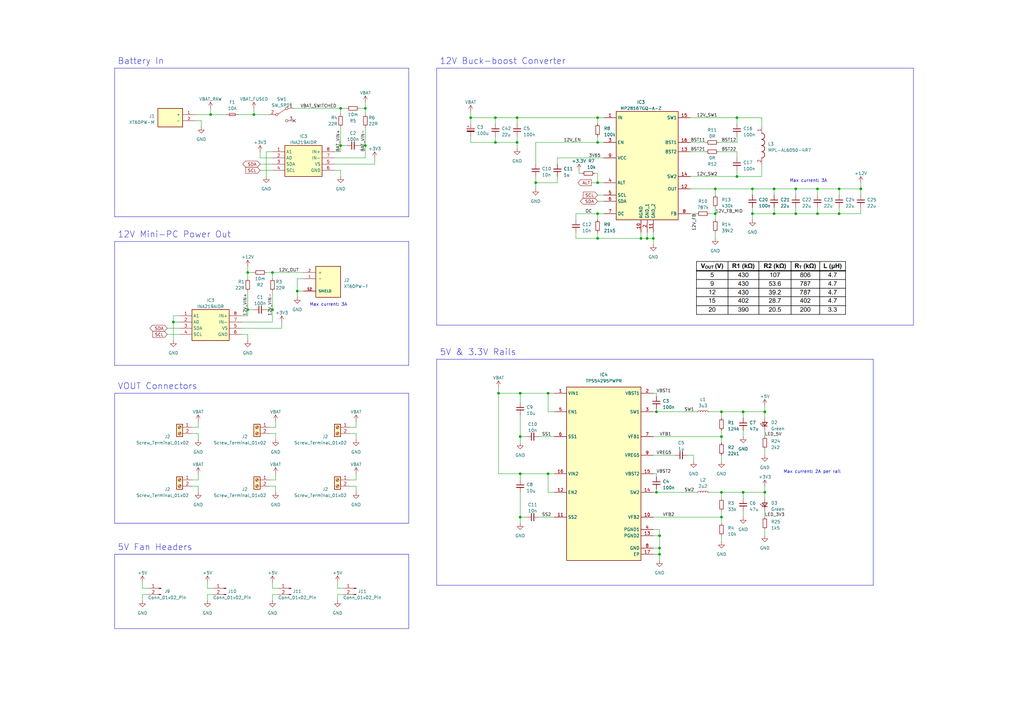
<source format=kicad_sch>
(kicad_sch (version 20230121) (generator eeschema)
  (paper "A3")
  (junction (at 295.91 179.07))
  (junction (at 295.91 168.91))
  (junction (at 213.36 212.09))
  (junction (at 326.39 77.47))
  (junction (at 245.11 58.42))
  (junction (at 245.11 97.79))
  (junction (at 295.91 201.93))
  (junction (at 335.28 87.63))
  (junction (at 71.12 132.08))
  (junction (at 101.6 111.76))
  (junction (at 317.5 77.47))
  (junction (at 313.69 201.93))
  (junction (at 139.7 59.69))
  (junction (at 121.92 119.38))
  (junction (at 139.7 44.45))
  (junction (at 219.71 74.93))
  (junction (at 262.89 97.79))
  (junction (at 302.26 72.39))
  (junction (at 224.79 161.29))
  (junction (at 101.6 127))
  (junction (at 317.5 87.63))
  (junction (at 304.8 201.93))
  (junction (at 245.11 74.93))
  (junction (at 270.51 227.33))
  (junction (at 269.24 201.93))
  (junction (at 344.17 87.63))
  (junction (at 353.06 77.47))
  (junction (at 295.91 212.09))
  (junction (at 269.24 168.91))
  (junction (at 308.61 77.47))
  (junction (at 308.61 87.63))
  (junction (at 270.51 219.71))
  (junction (at 245.11 87.63))
  (junction (at 304.8 168.91))
  (junction (at 203.2 58.42))
  (junction (at 213.36 194.31))
  (junction (at 344.17 77.47))
  (junction (at 265.43 97.79))
  (junction (at 111.76 111.76))
  (junction (at 270.51 224.79))
  (junction (at 86.36 46.99))
  (junction (at 302.26 48.26))
  (junction (at 245.11 48.26))
  (junction (at 149.86 59.69))
  (junction (at 111.76 127))
  (junction (at 335.28 77.47))
  (junction (at 267.97 97.79))
  (junction (at 104.14 46.99))
  (junction (at 212.09 58.42))
  (junction (at 212.09 48.26))
  (junction (at 326.39 87.63))
  (junction (at 203.2 48.26))
  (junction (at 213.36 161.29))
  (junction (at 224.79 194.31))
  (junction (at 313.69 168.91))
  (junction (at 193.04 48.26))
  (junction (at 204.47 161.29))
  (junction (at 293.37 77.47))
  (junction (at 293.37 87.63))
  (junction (at 149.86 44.45))
  (junction (at 213.36 179.07))
  (no_connect (at 120.65 49.53))
  (wire (pts (xy 267.97 97.79) (xy 265.43 97.79)))
  (wire (pts (xy 104.14 46.99) (xy 110.49 46.99)))
  (wire (pts (xy 113.03 172.72) (xy 113.03 175.26)))
  (wire (pts (xy 212.09 58.42) (xy 212.09 60.96)))
  (wire (pts (xy 245.11 74.93) (xy 245.11 71.12)))
  (wire (pts (xy 335.28 85.09) (xy 335.28 87.63)))
  (wire (pts (xy 313.69 219.71) (xy 313.69 217.17)))
  (wire (pts (xy 101.6 111.76) (xy 104.14 111.76)))
  (wire (pts (xy 87.63 241.3) (xy 85.09 241.3)))
  (wire (pts (xy 204.47 161.29) (xy 204.47 194.31)))
  (wire (pts (xy 326.39 80.01) (xy 326.39 77.47)))
  (wire (pts (xy 267.97 95.25) (xy 267.97 97.79)))
  (wire (pts (xy 85.09 241.3) (xy 85.09 238.76)))
  (wire (pts (xy 245.11 74.93) (xy 247.65 74.93)))
  (wire (pts (xy 313.69 186.69) (xy 313.69 184.15)))
  (polyline (pts (xy 374.65 133.35) (xy 179.07 133.35)))
  (wire (pts (xy 290.83 87.63) (xy 293.37 87.63)))
  (wire (pts (xy 267.97 186.69) (xy 276.86 186.69)))
  (wire (pts (xy 227.33 168.91) (xy 224.79 168.91)))
  (wire (pts (xy 285.75 87.63) (xy 283.21 87.63)))
  (wire (pts (xy 109.22 62.23) (xy 109.22 72.39)))
  (wire (pts (xy 87.63 243.84) (xy 85.09 243.84)))
  (wire (pts (xy 137.16 64.77) (xy 149.86 64.77)))
  (wire (pts (xy 99.06 137.16) (xy 101.6 137.16)))
  (wire (pts (xy 304.8 168.91) (xy 295.91 168.91)))
  (wire (pts (xy 81.28 177.8) (xy 78.74 177.8)))
  (wire (pts (xy 335.28 77.47) (xy 344.17 77.47)))
  (wire (pts (xy 147.32 59.69) (xy 149.86 59.69)))
  (wire (pts (xy 302.26 72.39) (xy 283.21 72.39)))
  (polyline (pts (xy 179.07 27.94) (xy 374.65 27.94)))
  (wire (pts (xy 113.03 199.39) (xy 110.49 199.39)))
  (wire (pts (xy 193.04 55.88) (xy 193.04 58.42)))
  (wire (pts (xy 138.43 241.3) (xy 138.43 238.76)))
  (wire (pts (xy 99.06 129.54) (xy 101.6 129.54)))
  (wire (pts (xy 213.36 212.09) (xy 215.9 212.09)))
  (wire (pts (xy 265.43 97.79) (xy 262.89 97.79)))
  (wire (pts (xy 220.98 179.07) (xy 227.33 179.07)))
  (polyline (pts (xy 167.64 88.9) (xy 46.99 88.9)))
  (wire (pts (xy 313.69 168.91) (xy 313.69 171.45)))
  (wire (pts (xy 304.8 201.93) (xy 295.91 201.93)))
  (wire (pts (xy 193.04 48.26) (xy 203.2 48.26)))
  (wire (pts (xy 146.05 201.93) (xy 146.05 199.39)))
  (wire (pts (xy 71.12 129.54) (xy 73.66 129.54)))
  (wire (pts (xy 213.36 212.09) (xy 213.36 201.93)))
  (wire (pts (xy 312.42 67.31) (xy 312.42 72.39)))
  (wire (pts (xy 104.14 46.99) (xy 104.14 44.45)))
  (polyline (pts (xy 358.14 240.03) (xy 179.07 240.03)))
  (wire (pts (xy 344.17 85.09) (xy 344.17 87.63)))
  (wire (pts (xy 139.7 59.69) (xy 142.24 59.69)))
  (wire (pts (xy 86.36 44.45) (xy 86.36 46.99)))
  (wire (pts (xy 204.47 194.31) (xy 213.36 194.31)))
  (wire (pts (xy 269.24 200.66) (xy 269.24 201.93)))
  (wire (pts (xy 284.48 189.23) (xy 284.48 186.69)))
  (polyline (pts (xy 167.64 27.94) (xy 167.64 88.9)))
  (wire (pts (xy 124.46 114.3) (xy 121.92 114.3)))
  (wire (pts (xy 236.22 90.17) (xy 236.22 87.63)))
  (wire (pts (xy 270.51 227.33) (xy 270.51 224.79)))
  (wire (pts (xy 294.64 62.23) (xy 302.26 62.23)))
  (wire (pts (xy 212.09 55.88) (xy 212.09 58.42)))
  (wire (pts (xy 137.16 67.31) (xy 153.67 67.31)))
  (wire (pts (xy 111.76 64.77) (xy 106.68 64.77)))
  (wire (pts (xy 139.7 59.69) (xy 139.7 62.23)))
  (wire (pts (xy 227.33 201.93) (xy 224.79 201.93)))
  (wire (pts (xy 269.24 161.29) (xy 267.97 161.29)))
  (wire (pts (xy 313.69 168.91) (xy 304.8 168.91)))
  (wire (pts (xy 302.26 48.26) (xy 302.26 50.8)))
  (wire (pts (xy 139.7 44.45) (xy 142.24 44.45)))
  (wire (pts (xy 308.61 87.63) (xy 317.5 87.63)))
  (wire (pts (xy 267.97 212.09) (xy 295.91 212.09)))
  (wire (pts (xy 149.86 59.69) (xy 149.86 64.77)))
  (wire (pts (xy 97.79 46.99) (xy 104.14 46.99)))
  (polyline (pts (xy 46.99 99.06) (xy 167.64 99.06)))
  (wire (pts (xy 313.69 201.93) (xy 313.69 199.39)))
  (wire (pts (xy 295.91 209.55) (xy 295.91 212.09)))
  (wire (pts (xy 203.2 48.26) (xy 212.09 48.26)))
  (wire (pts (xy 81.28 172.72) (xy 81.28 175.26)))
  (wire (pts (xy 237.49 69.85) (xy 237.49 71.12)))
  (wire (pts (xy 224.79 168.91) (xy 224.79 161.29)))
  (wire (pts (xy 283.21 58.42) (xy 289.56 58.42)))
  (wire (pts (xy 101.6 109.22) (xy 101.6 111.76)))
  (wire (pts (xy 143.51 175.26) (xy 146.05 175.26)))
  (wire (pts (xy 213.36 214.63) (xy 213.36 212.09)))
  (wire (pts (xy 312.42 48.26) (xy 312.42 52.07)))
  (wire (pts (xy 111.76 241.3) (xy 111.76 238.76)))
  (wire (pts (xy 295.91 179.07) (xy 295.91 181.61)))
  (wire (pts (xy 237.49 71.12) (xy 238.76 71.12)))
  (wire (pts (xy 110.49 196.85) (xy 113.03 196.85)))
  (polyline (pts (xy 46.99 27.94) (xy 167.64 27.94)))
  (wire (pts (xy 220.98 212.09) (xy 227.33 212.09)))
  (wire (pts (xy 245.11 71.12) (xy 243.84 71.12)))
  (wire (pts (xy 283.21 48.26) (xy 302.26 48.26)))
  (wire (pts (xy 68.58 137.16) (xy 73.66 137.16)))
  (wire (pts (xy 140.97 241.3) (xy 138.43 241.3)))
  (wire (pts (xy 149.86 52.07) (xy 149.86 59.69)))
  (wire (pts (xy 335.28 80.01) (xy 335.28 77.47)))
  (wire (pts (xy 295.91 168.91) (xy 295.91 171.45)))
  (wire (pts (xy 317.5 77.47) (xy 326.39 77.47)))
  (wire (pts (xy 317.5 87.63) (xy 326.39 87.63)))
  (wire (pts (xy 245.11 82.55) (xy 247.65 82.55)))
  (wire (pts (xy 203.2 58.42) (xy 212.09 58.42)))
  (wire (pts (xy 109.22 62.23) (xy 111.76 62.23)))
  (wire (pts (xy 317.5 80.01) (xy 317.5 77.47)))
  (wire (pts (xy 245.11 48.26) (xy 247.65 48.26)))
  (wire (pts (xy 113.03 180.34) (xy 113.03 177.8)))
  (wire (pts (xy 270.51 219.71) (xy 270.51 217.17)))
  (wire (pts (xy 308.61 80.01) (xy 308.61 77.47)))
  (wire (pts (xy 269.24 162.56) (xy 269.24 161.29)))
  (wire (pts (xy 224.79 194.31) (xy 227.33 194.31)))
  (wire (pts (xy 68.58 134.62) (xy 73.66 134.62)))
  (wire (pts (xy 219.71 67.31) (xy 219.71 58.42)))
  (wire (pts (xy 111.76 111.76) (xy 111.76 114.3)))
  (wire (pts (xy 113.03 201.93) (xy 113.03 199.39)))
  (wire (pts (xy 81.28 194.31) (xy 81.28 196.85)))
  (wire (pts (xy 293.37 85.09) (xy 293.37 87.63)))
  (polyline (pts (xy 374.65 27.94) (xy 374.65 133.35)))
  (wire (pts (xy 60.96 241.3) (xy 58.42 241.3)))
  (polyline (pts (xy 179.07 147.32) (xy 179.07 240.03)))
  (wire (pts (xy 80.01 46.99) (xy 86.36 46.99)))
  (wire (pts (xy 71.12 132.08) (xy 71.12 139.7)))
  (wire (pts (xy 113.03 177.8) (xy 110.49 177.8)))
  (wire (pts (xy 213.36 179.07) (xy 213.36 170.18)))
  (wire (pts (xy 262.89 97.79) (xy 262.89 95.25)))
  (wire (pts (xy 140.97 243.84) (xy 138.43 243.84)))
  (wire (pts (xy 101.6 127) (xy 104.14 127)))
  (wire (pts (xy 146.05 180.34) (xy 146.05 177.8)))
  (wire (pts (xy 304.8 168.91) (xy 304.8 171.45)))
  (wire (pts (xy 110.49 175.26) (xy 113.03 175.26)))
  (wire (pts (xy 236.22 87.63) (xy 245.11 87.63)))
  (wire (pts (xy 58.42 241.3) (xy 58.42 238.76)))
  (wire (pts (xy 193.04 50.8) (xy 193.04 48.26)))
  (wire (pts (xy 213.36 194.31) (xy 213.36 196.85)))
  (wire (pts (xy 236.22 95.25) (xy 236.22 97.79)))
  (wire (pts (xy 245.11 50.8) (xy 245.11 48.26)))
  (wire (pts (xy 224.79 161.29) (xy 227.33 161.29)))
  (polyline (pts (xy 167.64 99.06) (xy 167.64 149.86)))
  (wire (pts (xy 137.16 62.23) (xy 139.7 62.23)))
  (wire (pts (xy 99.06 134.62) (xy 115.57 134.62)))
  (wire (pts (xy 313.69 176.53) (xy 313.69 179.07)))
  (wire (pts (xy 295.91 212.09) (xy 295.91 214.63)))
  (wire (pts (xy 111.76 111.76) (xy 124.46 111.76)))
  (wire (pts (xy 269.24 201.93) (xy 285.75 201.93)))
  (wire (pts (xy 344.17 80.01) (xy 344.17 77.47)))
  (wire (pts (xy 111.76 246.38) (xy 111.76 243.84)))
  (wire (pts (xy 293.37 87.63) (xy 293.37 90.17)))
  (wire (pts (xy 302.26 62.23) (xy 302.26 64.77)))
  (wire (pts (xy 313.69 201.93) (xy 304.8 201.93)))
  (wire (pts (xy 302.26 48.26) (xy 312.42 48.26)))
  (wire (pts (xy 219.71 74.93) (xy 219.71 77.47)))
  (wire (pts (xy 82.55 52.07) (xy 82.55 49.53)))
  (wire (pts (xy 295.91 201.93) (xy 295.91 204.47)))
  (wire (pts (xy 302.26 58.42) (xy 302.26 55.88)))
  (wire (pts (xy 203.2 50.8) (xy 203.2 48.26)))
  (wire (pts (xy 138.43 246.38) (xy 138.43 243.84)))
  (wire (pts (xy 290.83 201.93) (xy 295.91 201.93)))
  (wire (pts (xy 317.5 85.09) (xy 317.5 87.63)))
  (polyline (pts (xy 358.14 147.32) (xy 358.14 240.03)))
  (wire (pts (xy 81.28 199.39) (xy 78.74 199.39)))
  (wire (pts (xy 109.22 111.76) (xy 111.76 111.76)))
  (wire (pts (xy 137.16 69.85) (xy 139.7 69.85)))
  (wire (pts (xy 308.61 77.47) (xy 317.5 77.47)))
  (wire (pts (xy 270.51 227.33) (xy 267.97 227.33)))
  (wire (pts (xy 153.67 67.31) (xy 153.67 64.77)))
  (wire (pts (xy 335.28 87.63) (xy 344.17 87.63)))
  (wire (pts (xy 224.79 201.93) (xy 224.79 194.31)))
  (wire (pts (xy 269.24 168.91) (xy 285.75 168.91)))
  (wire (pts (xy 81.28 180.34) (xy 81.28 177.8)))
  (wire (pts (xy 139.7 69.85) (xy 139.7 72.39)))
  (wire (pts (xy 228.6 67.31) (xy 228.6 64.77)))
  (wire (pts (xy 294.64 58.42) (xy 302.26 58.42)))
  (wire (pts (xy 267.97 194.31) (xy 269.24 194.31)))
  (polyline (pts (xy 179.07 27.94) (xy 179.07 133.35)))
  (wire (pts (xy 82.55 49.53) (xy 80.01 49.53)))
  (wire (pts (xy 106.68 67.31) (xy 111.76 67.31)))
  (wire (pts (xy 293.37 77.47) (xy 283.21 77.47)))
  (wire (pts (xy 295.91 222.25) (xy 295.91 219.71)))
  (wire (pts (xy 267.97 168.91) (xy 269.24 168.91)))
  (wire (pts (xy 121.92 119.38) (xy 124.46 119.38)))
  (wire (pts (xy 204.47 161.29) (xy 213.36 161.29)))
  (wire (pts (xy 114.3 241.3) (xy 111.76 241.3)))
  (wire (pts (xy 219.71 72.39) (xy 219.71 74.93)))
  (wire (pts (xy 85.09 246.38) (xy 85.09 243.84)))
  (wire (pts (xy 115.57 134.62) (xy 115.57 132.08)))
  (wire (pts (xy 203.2 55.88) (xy 203.2 58.42)))
  (wire (pts (xy 267.97 97.79) (xy 267.97 100.33)))
  (wire (pts (xy 326.39 77.47) (xy 335.28 77.47)))
  (wire (pts (xy 228.6 64.77) (xy 247.65 64.77)))
  (wire (pts (xy 245.11 80.01) (xy 247.65 80.01)))
  (wire (pts (xy 302.26 69.85) (xy 302.26 72.39)))
  (wire (pts (xy 143.51 196.85) (xy 146.05 196.85)))
  (wire (pts (xy 58.42 246.38) (xy 58.42 243.84)))
  (wire (pts (xy 269.24 194.31) (xy 269.24 195.58)))
  (wire (pts (xy 270.51 219.71) (xy 267.97 219.71)))
  (wire (pts (xy 344.17 87.63) (xy 353.06 87.63)))
  (wire (pts (xy 293.37 95.25) (xy 293.37 97.79)))
  (wire (pts (xy 295.91 179.07) (xy 295.91 176.53)))
  (wire (pts (xy 304.8 212.09) (xy 304.8 209.55)))
  (wire (pts (xy 267.97 201.93) (xy 269.24 201.93)))
  (wire (pts (xy 219.71 58.42) (xy 245.11 58.42)))
  (wire (pts (xy 146.05 177.8) (xy 143.51 177.8)))
  (wire (pts (xy 149.86 41.91) (xy 149.86 44.45)))
  (wire (pts (xy 245.11 87.63) (xy 245.11 90.17)))
  (wire (pts (xy 101.6 111.76) (xy 101.6 114.3)))
  (wire (pts (xy 60.96 243.84) (xy 58.42 243.84)))
  (wire (pts (xy 353.06 74.93) (xy 353.06 77.47)))
  (wire (pts (xy 270.51 217.17) (xy 267.97 217.17)))
  (wire (pts (xy 247.65 58.42) (xy 245.11 58.42)))
  (wire (pts (xy 120.65 44.45) (xy 139.7 44.45)))
  (wire (pts (xy 193.04 45.72) (xy 193.04 48.26)))
  (wire (pts (xy 139.7 44.45) (xy 139.7 46.99)))
  (wire (pts (xy 353.06 80.01) (xy 353.06 77.47)))
  (wire (pts (xy 313.69 209.55) (xy 313.69 212.09)))
  (polyline (pts (xy 46.99 149.86) (xy 46.99 99.06)))
  (wire (pts (xy 71.12 132.08) (xy 73.66 132.08)))
  (wire (pts (xy 101.6 127) (xy 101.6 129.54)))
  (wire (pts (xy 236.22 97.79) (xy 245.11 97.79)))
  (wire (pts (xy 213.36 194.31) (xy 224.79 194.31)))
  (wire (pts (xy 71.12 129.54) (xy 71.12 132.08)))
  (wire (pts (xy 212.09 48.26) (xy 245.11 48.26)))
  (polyline (pts (xy 167.64 149.86) (xy 46.99 149.86)))
  (wire (pts (xy 270.51 224.79) (xy 267.97 224.79)))
  (wire (pts (xy 269.24 167.64) (xy 269.24 168.91)))
  (wire (pts (xy 101.6 137.16) (xy 101.6 139.7)))
  (wire (pts (xy 353.06 87.63) (xy 353.06 85.09)))
  (wire (pts (xy 312.42 72.39) (xy 302.26 72.39)))
  (wire (pts (xy 78.74 175.26) (xy 81.28 175.26)))
  (wire (pts (xy 270.51 229.87) (xy 270.51 227.33)))
  (wire (pts (xy 245.11 95.25) (xy 245.11 97.79)))
  (wire (pts (xy 265.43 97.79) (xy 265.43 95.25)))
  (wire (pts (xy 204.47 158.75) (xy 204.47 161.29)))
  (wire (pts (xy 245.11 97.79) (xy 262.89 97.79)))
  (wire (pts (xy 111.76 127) (xy 111.76 132.08)))
  (wire (pts (xy 147.32 44.45) (xy 149.86 44.45)))
  (wire (pts (xy 245.11 58.42) (xy 245.11 55.88)))
  (polyline (pts (xy 46.99 27.94) (xy 46.99 88.9)))
  (wire (pts (xy 295.91 189.23) (xy 295.91 186.69)))
  (wire (pts (xy 313.69 201.93) (xy 313.69 204.47)))
  (wire (pts (xy 111.76 119.38) (xy 111.76 127)))
  (wire (pts (xy 228.6 72.39) (xy 228.6 74.93)))
  (wire (pts (xy 193.04 58.42) (xy 203.2 58.42)))
  (wire (pts (xy 121.92 114.3) (xy 121.92 119.38)))
  (wire (pts (xy 219.71 74.93) (xy 228.6 74.93)))
  (wire (pts (xy 281.94 186.69) (xy 284.48 186.69)))
  (wire (pts (xy 101.6 119.38) (xy 101.6 127)))
  (wire (pts (xy 146.05 172.72) (xy 146.05 175.26)))
  (wire (pts (xy 326.39 85.09) (xy 326.39 87.63)))
  (wire (pts (xy 242.57 74.93) (xy 245.11 74.93)))
  (wire (pts (xy 99.06 132.08) (xy 111.76 132.08)))
  (polyline (pts (xy 179.07 147.32) (xy 358.14 147.32)))
  (wire (pts (xy 213.36 179.07) (xy 215.9 179.07)))
  (wire (pts (xy 245.11 87.63) (xy 247.65 87.63)))
  (wire (pts (xy 213.36 181.61) (xy 213.36 179.07)))
  (wire (pts (xy 86.36 46.99) (xy 92.71 46.99)))
  (wire (pts (xy 267.97 179.07) (xy 295.91 179.07)))
  (wire (pts (xy 212.09 50.8) (xy 212.09 48.26)))
  (wire (pts (xy 313.69 168.91) (xy 313.69 166.37)))
  (wire (pts (xy 106.68 69.85) (xy 111.76 69.85)))
  (wire (pts (xy 290.83 168.91) (xy 295.91 168.91)))
  (wire (pts (xy 326.39 87.63) (xy 335.28 87.63)))
  (wire (pts (xy 81.28 201.93) (xy 81.28 199.39)))
  (wire (pts (xy 353.06 77.47) (xy 344.17 77.47)))
  (wire (pts (xy 109.22 127) (xy 111.76 127)))
  (wire (pts (xy 149.86 44.45) (xy 149.86 46.99)))
  (wire (pts (xy 78.74 196.85) (xy 81.28 196.85)))
  (wire (pts (xy 113.03 194.31) (xy 113.03 196.85)))
  (wire (pts (xy 304.8 179.07) (xy 304.8 176.53)))
  (wire (pts (xy 139.7 52.07) (xy 139.7 59.69)))
  (wire (pts (xy 213.36 161.29) (xy 213.36 165.1)))
  (wire (pts (xy 293.37 77.47) (xy 308.61 77.47)))
  (wire (pts (xy 283.21 62.23) (xy 289.56 62.23)))
  (wire (pts (xy 146.05 199.39) (xy 143.51 199.39)))
  (wire (pts (xy 114.3 243.84) (xy 111.76 243.84)))
  (wire (pts (xy 146.05 194.31) (xy 146.05 196.85)))
  (wire (pts (xy 308.61 87.63) (xy 308.61 90.17)))
  (wire (pts (xy 308.61 85.09) (xy 308.61 87.63)))
  (wire (pts (xy 270.51 219.71) (xy 270.51 224.79)))
  (wire (pts (xy 213.36 161.29) (xy 224.79 161.29)))
  (wire (pts (xy 293.37 80.01) (xy 293.37 77.47)))
  (wire (pts (xy 121.92 119.38) (xy 121.92 121.92)))
  (wire (pts (xy 106.68 62.23) (xy 106.68 64.77)))
  (wire (pts (xy 304.8 204.47) (xy 304.8 201.93)))
  (rectangle (start 46.99 227.33) (end 167.64 257.81))
  (rectangle (start 46.99 161.29) (end 167.64 214.63))
  (image (at 316.23 118.11) (scale 1.32238))
  (text "5V Fan Headers" (at 48.26 226.06 0) (effects (font (size 2.54 2.54)) (justify left bottom)))
  (text "Max current: 3A" (at 323.85 74.93 0) (effects (font (size 1.27 1.27)) (justify left bottom)))
  (text "Max current: 3A" (at 127 125.73 0) (effects (font (size 1.27 1.27)) (justify left bottom)))
  (text "12V Buck-boost Converter" (at 180.34 26.67 0) (effects (font (size 2.54 2.54)) (justify left bottom)))
  (text "Battery In" (at 48.26 26.67 0) (effects (font (size 2.54 2.54)) (justify left bottom)))
  (text "VOUT Connectors" (at 48.26 160.02 0) (effects (font (size 2.54 2.54)) (justify left bottom)))
  (text "12V Mini-PC Power Out" (at 48.26 97.79 0) (effects (font (size 2.54 2.54)) (justify left bottom)))
  (text "Max current: 2A per rail" (at 321.31 194.31 0) (effects (font (size 1.27 1.27)) (justify left bottom)))
  (text "5V & 3.3V Rails" (at 180.34 146.05 0) (effects (font (size 2.54 2.54)) (justify left bottom)))
  (label "VBST1" (at 269.24 161.29 0))
  (label "SW1" (at 280.67 168.91 0))
  (label "12V_OUT" (at 114.3 111.76 0))
  (label "BAT_VIN-" (at 149.86 62.23 90))
  (label "12V_EN" (at 231.14 58.42 0))
  (label "LED_5V" (at 313.69 179.07 0))
  (label "SS2" (at 222.25 212.09 0))
  (label "SS1" (at 222.25 179.07 0))
  (label "VREG5" (at 269.24 186.69 0))
  (label "12V_SW1" (at 285.75 48.26 0))
  (label "12V_SW2" (at 285.75 72.39 0))
  (label "VFB1" (at 270.51 179.07 0))
  (label "BAT_VIN+" (at 139.7 62.23 90))
  (label "12V_VIN-" (at 111.76 129.54 90))
  (label "3V65" (at 246.38 64.77 180))
  (label "12V_FB_MID" (at 293.37 87.63 0))
  (label "LED_3V3" (at 313.69 212.09 0))
  (label "BST11" (at 283.21 58.42 0))
  (label "OC" (at 240.03 87.63 0))
  (label "VBAT_SWITCHED" (at 123.19 44.45 0))
  (label "BST21" (at 283.21 62.23 0))
  (label "SW2" (at 280.67 201.93 0))
  (label "12V_FB" (at 285.75 87.63 270))
  (label "BST22" (at 295.91 62.23 0))
  (label "12V_VIN+" (at 101.6 129.54 90))
  (label "VBST2" (at 269.24 194.31 0))
  (label "BST12" (at 295.91 58.42 0))
  (label "VFB2" (at 271.78 212.09 0))
  (global_label "SCL" (shape input) (at 68.58 137.16 180) (property "Intersheetrefs" "${INTERSHEET_REFS}" (effects hide)))
  (global_label "SCL" (shape input) (at 245.11 80.01 180) (property "Intersheetrefs" "${INTERSHEET_REFS}" (effects hide)))
  (global_label "SDA" (shape bidirectional) (at 106.68 67.31 180) (property "Intersheetrefs" "${INTERSHEET_REFS}" (effects hide)))
  (global_label "SCL" (shape input) (at 106.68 69.85 180) (property "Intersheetrefs" "${INTERSHEET_REFS}" (effects hide)))
  (global_label "SDA" (shape bidirectional) (at 245.11 82.55 180) (property "Intersheetrefs" "${INTERSHEET_REFS}" (effects hide)))
  (global_label "ALT" (shape output) (at 242.57 74.93 180) (property "Intersheetrefs" "${INTERSHEET_REFS}" (effects hide)))
  (global_label "SDA" (shape bidirectional) (at 68.58 134.62 180) (property "Intersheetrefs" "${INTERSHEET_REFS}" (effects hide)))
  (symbol (lib_id "Device:C_Small") (at 213.36 167.64 0) (unit 1)
    (property "Reference" "C9" (at 215.9 167.0113 0) (effects (justify left)))
    (property "Value" "10u" (at 215.9 169.5513 0) (effects (justify left)))
    (property "Footprint" "Capacitor_SMD:C_0603_1608Metric" (effects hide))
    (instances (project "DE10-lite_shield" (path "" (reference "C9") (unit 1)) (path "" (reference "C3") (unit 1))) (project "Power Board" (path "" (reference "C6") (unit 1))))
  )
  (symbol (lib_id "Device:C_Small") (at 228.6 69.85 180) (unit 1)
    (property "Reference" "C11" (at 231.14 69.2086 0) (effects (justify right)))
    (property "Value" "1u" (at 231.14 71.7486 0) (effects (justify right)))
    (property "Footprint" "Capacitor_SMD:C_0402_1005Metric" (effects hide))
  )
  (symbol (lib_id "Device:C_Small") (at 269.24 165.1 0) (unit 1)
    (property "Reference" "C3" (at 271.78 164.4713 0) (effects (justify left)))
    (property "Value" "100n" (at 271.78 167.0113 0) (effects (justify left)))
    (property "Footprint" "Capacitor_SMD:C_0402_1005Metric" (effects hide))
    (instances (project "DE10-lite_shield" (path "" (reference "C3") (unit 1)) (path "" (reference "C7") (unit 1))) (project "Power Board" (path "" (reference "C13") (unit 1))))
  )
  (symbol (lib_id "MSL_Symbols:VBAT") (at 113.03 194.31 0) (unit 1)
    (property "Reference" "#PWR087" (effects hide))
    (property "Value" "VBAT" (at 113.03 190.5 0))
  )
  (symbol (lib_id "Device:R_Small") (at 292.1 62.23 270) (unit 1)
    (property "Reference" "R12" (at 292.1 67.31 90))
    (property "Value" "0R" (at 292.1 64.77 90))
    (property "Footprint" "Resistor_SMD:R_0402_1005Metric" (effects hide))
  )
  (symbol (lib_id "MSL_Symbols:VBAT") (at 149.86 41.91 0) (unit 1)
    (property "Reference" "#PWR016" (effects hide))
    (property "Value" "VBAT" (at 149.86 38.1 0))
  )
  (symbol (lib_id "Device:C_Small") (at 353.06 82.55 0) (unit 1)
    (property "Reference" "C25" (at 355.6 81.9213 0) (effects (justify left)))
    (property "Value" "22u" (at 355.6 84.4613 0) (effects (justify left)))
    (property "Footprint" "Capacitor_SMD:C_0805_2012Metric" (effects hide))
  )
  (symbol (lib_id "Connector:Screw_Terminal_01x02") (at 105.41 175.26 0) (mirror y) (unit 1)
    (property "Reference" "J2" (at 101.6 179.07 0) (effects (justify left)))
    (property "Value" "Screw_Terminal_01x02" (at 109.22 181.61 0) (effects (justify left)))
    (property "Footprint" "TerminalBlock:TerminalBlock_bornier-2_P5.08mm" (effects hide))
    (instances (project "Motor Driver Board" (path "" (reference "J2") (unit 1)) (path "" (reference "J8") (unit 1))) (project "Power Board" (path "" (reference "J5") (unit 1)) (path "" (reference "J8") (unit 1))))
  )
  (symbol (lib_id "Device:R_Small") (at 295.91 207.01 0) (unit 1)
    (property "Reference" "R3" (at 298.45 206.375 0) (effects (justify left)))
    (property "Value" "33k" (at 298.45 208.915 0) (effects (justify left)))
    (property "Footprint" "Resistor_SMD:R_0402_1005Metric" (effects hide))
    (instances (project "DE10-lite_shield" (path "" (reference "R3") (unit 1)) (path "" (reference "R3") (unit 1))) (project "Power Board" (path "" (reference "R17") (unit 1))))
  )
  (symbol (lib_id "MSL_Symbols:VBAT") (at 146.05 194.31 0) (unit 1)
    (property "Reference" "#PWR089" (effects hide))
    (property "Value" "VBAT" (at 146.05 190.5 0))
  )
  (symbol (lib_id "power:GND") (at 85.09 246.38 0) (mirror y) (unit 1)
    (property "Reference" "#PWR072" (effects hide))
    (property "Value" "GND" (at 85.09 251.46 0))
    (instances (project "DE10-lite_shield" (path "" (reference "#PWR072") (unit 1)) (path "" (reference "#PWR072") (unit 1))) (project "Motor Driver Board" (path "" (reference "#PWR099") (unit 1))) (project "Power Board" (path "" (reference "#PWR094") (unit 1))))
  )
  (symbol (lib_id "INA219AIDR:INA219AIDR") (at 73.66 129.54 0) (unit 1)
    (property "Reference" "IC3" (at 86.36 123.19 0))
    (property "Value" "INA219AIDR" (at 86.36 125.73 0))
    (property "Footprint" "MSL Footprints:SOIC127P600X175-8N" (effects hide))
    (property "Datasheet" "http://www.ti.com/lit/gpn/ina219" (effects hide))
    (property "Height" "1.75" (effects hide))
    (property "Manufacturer_Name" "Texas Instruments" (effects hide))
    (property "Manufacturer_Part_Number" "INA219AIDR" (effects hide))
    (property "Mouser Part Number" "595-INA219AIDR" (effects hide))
    (property "Mouser Price/Stock" "https://www.mouser.co.uk/ProductDetail/Texas-Instruments/INA219AIDR?qs=XGzIaZb%2FFYIE5YcOHTnKDA%3D%3D" (effects hide))
    (property "Arrow Part Number" "INA219AIDR" (effects hide))
    (property "Arrow Price/Stock" "https://www.arrow.com/en/products/ina219aidr/texas-instruments?region=nac" (effects hide))
    (instances (project "Power Board" (path "" (reference "IC3") (unit 1)) (path "" (reference "IC1") (unit 1))))
  )
  (symbol (lib_id "power:+3.3V") (at 237.49 69.85 0) (unit 1)
    (property "Reference" "#PWR024" (effects hide))
    (property "Value" "+3.3V" (at 237.49 66.04 0))
  )
  (symbol (lib_id "power:GND") (at 295.91 222.25 0) (unit 1)
    (property "Reference" "#PWR030" (effects hide))
    (property "Value" "GND" (at 295.91 227.33 0))
  )
  (symbol (lib_id "Device:R_Small") (at 245.11 53.34 0) (unit 1)
    (property "Reference" "R8" (at 247.65 52.705 0) (effects (justify left)))
    (property "Value" "100k" (at 247.65 55.245 0) (effects (justify left)))
    (property "Footprint" "Resistor_SMD:R_0402_1005Metric" (effects hide))
  )
  (symbol (lib_id "power:GND") (at 58.42 246.38 0) (mirror y) (unit 1)
    (property "Reference" "#PWR072" (effects hide))
    (property "Value" "GND" (at 58.42 251.46 0))
    (instances (project "DE10-lite_shield" (path "" (reference "#PWR072") (unit 1)) (path "" (reference "#PWR072") (unit 1))) (project "Motor Driver Board" (path "" (reference "#PWR097") (unit 1))) (project "Power Board" (path "" (reference "#PWR092") (unit 1))))
  )
  (symbol (lib_id "power:GND") (at 109.22 72.39 0) (unit 1)
    (property "Reference" "#PWR012" (effects hide))
    (property "Value" "GND" (at 109.22 77.47 0))
  )
  (symbol (lib_id "Device:C_Small") (at 219.71 69.85 180) (unit 1)
    (property "Reference" "C10" (at 222.25 69.2086 0) (effects (justify right)))
    (property "Value" "10n" (at 222.25 71.7486 0) (effects (justify right)))
    (property "Footprint" "Capacitor_SMD:C_0402_1005Metric" (effects hide))
  )
  (symbol (lib_id "MSL_Symbols:VBAT_RAW") (at 86.36 44.45 0) (unit 1)
    (property "Reference" "#PWR07" (effects hide))
    (property "Value" "VBAT_RAW" (at 86.36 40.64 0))
  )
  (symbol (lib_id "power:GND") (at 270.51 229.87 0) (unit 1)
    (property "Reference" "#PWR010" (effects hide))
    (property "Value" "GND" (at 270.51 234.95 0))
    (instances (project "DE10-lite_shield" (path "" (reference "#PWR010") (unit 1)) (path "" (reference "#PWR027") (unit 1))) (project "Power Board" (path "" (reference "#PWR026") (unit 1))))
  )
  (symbol (lib_id "Device:R_Small") (at 106.68 111.76 270) (unit 1)
    (property "Reference" "R2" (at 106.68 116.84 90))
    (property "Value" "10m" (at 106.68 114.3 90))
    (property "Footprint" "Resistor_SMD:R_0402_1005Metric" (effects hide))
  )
  (symbol (lib_id "power:GND") (at 113.03 180.34 0) (unit 1)
    (property "Reference" "#PWR079" (effects hide))
    (property "Value" "GND" (at 113.03 185.42 0))
    (instances (project "Motor Driver Board" (path "" (reference "#PWR079") (unit 1))) (project "Power Board" (path "" (reference "#PWR084") (unit 1))))
  )
  (symbol (lib_id "power:GND") (at 138.43 246.38 0) (mirror y) (unit 1)
    (property "Reference" "#PWR072" (effects hide))
    (property "Value" "GND" (at 138.43 251.46 0))
    (instances (project "DE10-lite_shield" (path "" (reference "#PWR072") (unit 1)) (path "" (reference "#PWR072") (unit 1))) (project "Motor Driver Board" (path "" (reference "#PWR0101") (unit 1))) (project "Power Board" (path "" (reference "#PWR098") (unit 1))))
  )
  (symbol (lib_id "Device:C_Small") (at 344.17 82.55 0) (unit 1)
    (property "Reference" "C24" (at 346.71 81.9213 0) (effects (justify left)))
    (property "Value" "22u" (at 346.71 84.4613 0) (effects (justify left)))
    (property "Footprint" "Capacitor_SMD:C_0805_2012Metric" (effects hide))
  )
  (symbol (lib_id "power:GND") (at 313.69 219.71 0) (unit 1)
    (property "Reference" "#PWR072" (effects hide))
    (property "Value" "GND" (at 313.69 224.79 0))
    (instances (project "DE10-lite_shield" (path "" (reference "#PWR072") (unit 1)) (path "" (reference "#PWR072") (unit 1))) (project "Power Board" (path "" (reference "#PWR037") (unit 1))))
  )
  (symbol (lib_id "power:GND") (at 308.61 90.17 0) (unit 1)
    (property "Reference" "#PWR033" (effects hide))
    (property "Value" "GND" (at 308.61 95.25 0))
  )
  (symbol (lib_id "power:GND") (at 213.36 214.63 0) (unit 1)
    (property "Reference" "#PWR034" (effects hide))
    (property "Value" "GND" (at 213.36 219.71 0))
    (instances (project "DE10-lite_shield" (path "" (reference "#PWR034") (unit 1)) (path "" (reference "#PWR026") (unit 1))) (project "Power Board" (path "" (reference "#PWR022") (unit 1))))
  )
  (symbol (lib_id "MSL_Symbols:VBAT") (at 81.28 172.72 0) (unit 1)
    (property "Reference" "#PWR080" (effects hide))
    (property "Value" "VBAT" (at 81.28 168.91 0))
  )
  (symbol (lib_id "power:GND") (at 219.71 77.47 0) (unit 1)
    (property "Reference" "#PWR023" (effects hide))
    (property "Value" "GND" (at 219.71 82.55 0))
  )
  (symbol (lib_id "Device:R_Small") (at 295.91 184.15 0) (unit 1)
    (property "Reference" "R2" (at 298.45 183.515 0) (effects (justify left)))
    (property "Value" "22k1" (at 298.45 186.055 0) (effects (justify left)))
    (property "Footprint" "Resistor_SMD:R_0402_1005Metric" (effects hide))
    (instances (project "DE10-lite_shield" (path "" (reference "R2") (unit 1)) (path "" (reference "R2") (unit 1))) (project "Power Board" (path "" (reference "R16") (unit 1))))
  )
  (symbol (lib_id "Device:C_Small") (at 304.8 173.99 0) (unit 1)
    (property "Reference" "C7" (at 307.34 173.3613 0) (effects (justify left)))
    (property "Value" "47u" (at 307.34 175.9013 0) (effects (justify left)))
    (property "Footprint" "Capacitor_SMD:C_0805_2012Metric" (effects hide))
    (instances (project "DE10-lite_shield" (path "" (reference "C7") (unit 1)) (path "" (reference "C10") (unit 1))) (project "Power Board" (path "" (reference "C18") (unit 1))))
  )
  (symbol (lib_id "power:GND") (at 304.8 212.09 0) (unit 1)
    (property "Reference" "#PWR032" (effects hide))
    (property "Value" "GND" (at 304.8 217.17 0))
  )
  (symbol (lib_id "power:+3V3") (at 153.67 64.77 0) (unit 1)
    (property "Reference" "#PWR027" (effects hide))
    (property "Value" "+3V3" (at 153.67 60.96 0))
    (instances (project "DE10-lite_shield" (path "" (reference "#PWR027") (unit 1)) (path "" (reference "#PWR070") (unit 1))) (project "Power Board" (path "" (reference "#PWR017") (unit 1))))
  )
  (symbol (lib_id "power:+5V") (at 58.42 238.76 0) (mirror y) (unit 1)
    (property "Reference" "#PWR026" (effects hide))
    (property "Value" "+5V" (at 58.42 234.95 0))
    (instances (project "DE10-lite_shield" (path "" (reference "#PWR026") (unit 1)) (path "" (reference "#PWR033") (unit 1))) (project "Motor Driver Board" (path "" (reference "#PWR096") (unit 1))) (project "Power Board" (path "" (reference "#PWR091") (unit 1))))
  )
  (symbol (lib_id "Device:C_Small") (at 269.24 198.12 0) (unit 1)
    (property "Reference" "C4" (at 271.78 197.4913 0) (effects (justify left)))
    (property "Value" "100n" (at 271.78 200.0313 0) (effects (justify left)))
    (property "Footprint" "Capacitor_SMD:C_0402_1005Metric" (effects hide))
    (instances (project "DE10-lite_shield" (path "" (reference "C4") (unit 1)) (path "" (reference "C8") (unit 1))) (project "Power Board" (path "" (reference "C14") (unit 1))))
  )
  (symbol (lib_id "MSL_Symbols:VBAT") (at 146.05 172.72 0) (unit 1)
    (property "Reference" "#PWR081" (effects hide))
    (property "Value" "VBAT" (at 146.05 168.91 0))
  )
  (symbol (lib_id "Device:R_Small") (at 292.1 58.42 90) (unit 1)
    (property "Reference" "R11" (at 292.1 53.34 90))
    (property "Value" "0R" (at 292.1 55.88 90))
    (property "Footprint" "Resistor_SMD:R_0402_1005Metric" (effects hide))
  )
  (symbol (lib_id "power:+5V") (at 111.76 238.76 0) (mirror y) (unit 1)
    (property "Reference" "#PWR026" (effects hide))
    (property "Value" "+5V" (at 111.76 234.95 0))
    (instances (project "DE10-lite_shield" (path "" (reference "#PWR026") (unit 1)) (path "" (reference "#PWR033") (unit 1))) (project "Motor Driver Board" (path "" (reference "#PWR0100") (unit 1))) (project "Power Board" (path "" (reference "#PWR095") (unit 1))))
  )
  (symbol (lib_id "MP28167GQ-A-Z:MP28167GQ-A-Z") (at 247.65 48.26 0) (unit 1)
    (property "Reference" "IC3" (at 262.89 41.91 0))
    (property "Value" "MP28167GQ-A-Z" (at 262.89 44.45 0))
    (property "Footprint" "MSL Footprints:MP28167GQAZ" (effects hide))
    (property "Datasheet" "https://www.monolithicpower.com/en/documentview/productdocument/index/version/2/document_type/Datasheet/lang/en/sku/MP28167GQ-A/document_id/9621/" (effects hide))
    (property "Height" "1" (effects hide))
    (property "Mouser Part Number" "946-MP28167GQ-A-Z" (effects hide))
    (property "Mouser Price/Stock" "https://www.mouser.co.uk/ProductDetail/Monolithic-Power-Systems-MPS/MP28167GQ-A-Z?qs=GedFDFLaBXH1d%2FK7FaeGSQ%3D%3D" (effects hide))
    (property "Manufacturer_Name" "Monolithic Power Systems (MPS)" (effects hide))
    (property "Manufacturer_Part_Number" "MP28167GQ-A-Z" (effects hide))
  )
  (symbol (lib_id "Device:R_Small") (at 295.91 173.99 0) (unit 1)
    (property "Reference" "R1" (at 298.45 173.355 0) (effects (justify left)))
    (property "Value" "124k" (at 298.45 175.895 0) (effects (justify left)))
    (property "Footprint" "Resistor_SMD:R_0402_1005Metric" (effects hide))
    (instances (project "DE10-lite_shield" (path "" (reference "R1") (unit 1)) (path "" (reference "R1") (unit 1))) (project "Power Board" (path "" (reference "R15") (unit 1))))
  )
  (symbol (lib_id "Connector:Conn_01x02_Pin") (at 146.05 241.3 0) (mirror y) (unit 1)
    (property "Reference" "J11" (at 148.59 242.57 0))
    (property "Value" "Conn_01x02_Pin" (at 148.59 245.11 0))
    (property "Footprint" "Connector_PinHeader_2.54mm:PinHeader_1x02_P2.54mm_Vertical" (effects hide))
    (instances (project "Motor Driver Board" (path "" (reference "J11") (unit 1))) (project "Power Board" (path "" (reference "J15") (unit 1))))
  )
  (symbol (lib_id "Device:C_Polarized_Small") (at 193.04 53.34 0) (unit 1)
    (property "Reference" "C3" (at 195.58 52.1589 0) (effects (justify left)))
    (property "Value" "100u" (at 195.58 54.6989 0) (effects (justify left)))
    (property "Footprint" "Capacitor_SMD:CP_Elec_6.3x7.7" (effects hide))
  )
  (symbol (lib_id "Connector:Screw_Terminal_01x02") (at 138.43 196.85 0) (mirror y) (unit 1)
    (property "Reference" "J2" (at 134.62 200.66 0) (effects (justify left)))
    (property "Value" "Screw_Terminal_01x02" (at 142.24 203.2 0) (effects (justify left)))
    (property "Footprint" "TerminalBlock:TerminalBlock_bornier-2_P5.08mm" (effects hide))
    (instances (project "Motor Driver Board" (path "" (reference "J2") (unit 1)) (path "" (reference "J8") (unit 1))) (project "Power Board" (path "" (reference "J5") (unit 1)) (path "" (reference "J11") (unit 1))))
  )
  (symbol (lib_id "power:GND") (at 82.55 52.07 0) (unit 1)
    (property "Reference" "#PWR06" (effects hide))
    (property "Value" "GND" (at 82.55 57.15 0))
  )
  (symbol (lib_id "Device:C_Small") (at 212.09 53.34 180) (unit 1)
    (property "Reference" "C5" (at 214.63 52.6986 0) (effects (justify right)))
    (property "Value" "100n" (at 214.63 55.2386 0) (effects (justify right)))
    (property "Footprint" "Capacitor_SMD:C_0402_1005Metric" (effects hide))
  )
  (symbol (lib_id "power:GND") (at 81.28 180.34 0) (unit 1)
    (property "Reference" "#PWR079" (effects hide))
    (property "Value" "GND" (at 81.28 185.42 0))
  )
  (symbol (lib_id "MSL_Symbols:VBAT") (at 193.04 45.72 0) (unit 1)
    (property "Reference" "#PWR018" (effects hide))
    (property "Value" "VBAT" (at 193.04 41.91 0))
  )
  (symbol (lib_id "Device:C_Small") (at 106.68 127 90) (unit 1)
    (property "Reference" "C1" (at 106.6863 121.92 90))
    (property "Value" "100n" (at 106.6863 124.46 90))
    (property "Footprint" "Capacitor_SMD:C_0402_1005Metric" (effects hide))
  )
  (symbol (lib_id "power:GND") (at 101.6 139.7 0) (unit 1)
    (property "Reference" "#PWR09" (effects hide))
    (property "Value" "GND" (at 101.6 144.78 0))
  )
  (symbol (lib_id "Device:R_Small") (at 313.69 181.61 0) (unit 1)
    (property "Reference" "R24" (at 316.23 180.975 0) (effects (justify left)))
    (property "Value" "2k2" (at 316.23 183.515 0) (effects (justify left)))
    (property "Footprint" "Resistor_SMD:R_0402_1005Metric" (effects hide))
    (instances (project "DE10-lite_shield" (path "" (reference "R24") (unit 1)) (path "" (reference "R24") (unit 1))) (project "Power Board" (path "" (reference "R19") (unit 1))))
  )
  (symbol (lib_id "power:+5V") (at 138.43 238.76 0) (mirror y) (unit 1)
    (property "Reference" "#PWR026" (effects hide))
    (property "Value" "+5V" (at 138.43 234.95 0))
    (instances (project "DE10-lite_shield" (path "" (reference "#PWR026") (unit 1)) (path "" (reference "#PWR033") (unit 1))) (project "Motor Driver Board" (path "" (reference "#PWR0100") (unit 1))) (project "Power Board" (path "" (reference "#PWR097") (unit 1))))
  )
  (symbol (lib_id "Device:C_Small") (at 326.39 82.55 0) (unit 1)
    (property "Reference" "C22" (at 328.93 81.9213 0) (effects (justify left)))
    (property "Value" "22u" (at 328.93 84.4613 0) (effects (justify left)))
    (property "Footprint" "Capacitor_SMD:C_0805_2012Metric" (effects hide))
  )
  (symbol (lib_id "Device:C_Small") (at 218.44 212.09 90) (unit 1)
    (property "Reference" "C11" (at 218.4463 207.01 90))
    (property "Value" "10n" (at 218.4463 209.55 90))
    (property "Footprint" "Capacitor_SMD:C_0402_1005Metric" (effects hide))
    (instances (project "DE10-lite_shield" (path "" (reference "C11") (unit 1)) (path "" (reference "C6") (unit 1))) (project "Power Board" (path "" (reference "C9") (unit 1))))
  )
  (symbol (lib_id "Device:R_Small") (at 101.6 116.84 0) (mirror y) (unit 1)
    (property "Reference" "R1" (at 100.33 115.57 0) (effects (justify left)))
    (property "Value" "22R" (at 100.33 118.11 0) (effects (justify left)))
    (property "Footprint" "Resistor_SMD:R_0402_1005Metric" (effects hide))
  )
  (symbol (lib_id "power:GND") (at 139.7 72.39 0) (unit 1)
    (property "Reference" "#PWR015" (effects hide))
    (property "Value" "GND" (at 139.7 77.47 0))
  )
  (symbol (lib_id "power:+5V") (at 313.69 166.37 0) (unit 1)
    (property "Reference" "#PWR026" (effects hide))
    (property "Value" "+5V" (at 313.69 162.56 0))
    (instances (project "DE10-lite_shield" (path "" (reference "#PWR026") (unit 1)) (path "" (reference "#PWR033") (unit 1))) (project "Power Board" (path "" (reference "#PWR034") (unit 1))))
  )
  (symbol (lib_id "XT60PW-M:XT60PW-M") (at 69.85 49.53 0) (mirror y) (unit 1)
    (property "Reference" "J1" (at 63.5 47.625 0) (effects (justify left)))
    (property "Value" "XT60PW-M" (at 63.5 50.165 0) (effects (justify left)))
    (property "Footprint" "MSL Footprints:AMASS_XT60PW-M" (effects hide))
    (property "PARTREV" "V1.2" (effects hide))
    (property "MANUFACTURER" "AMASS" (effects hide))
    (property "MAXIMUM_PACKAGE_HEIGHT" "8.4 mm" (effects hide))
    (property "STANDARD" "Manufacturer recommendations" (effects hide))
  )
  (symbol (lib_id "XT60PW-F:XT60PW-F") (at 134.62 114.3 0) (unit 1)
    (property "Reference" "J2" (at 140.97 114.935 0) (effects (justify left)))
    (property "Value" "XT60PW-F" (at 140.97 117.475 0) (effects (justify left)))
    (property "Footprint" "AMASS_XT60PW-F" (effects hide))
    (property "PARTREV" "V1.2" (effects hide))
    (property "STANDARD" "Manufacturer Recommendations" (effects hide))
    (property "MAXIMUM_PACKAGE_HEIGHT" "8.4 mm" (effects hide))
    (property "MANUFACTURER" "AMASS" (effects hide))
  )
  (symbol (lib_id "power:GND") (at 113.03 201.93 0) (unit 1)
    (property "Reference" "#PWR079" (effects hide))
    (property "Value" "GND" (at 113.03 207.01 0))
    (instances (project "Motor Driver Board" (path "" (reference "#PWR079") (unit 1))) (project "Power Board" (path "" (reference "#PWR088") (unit 1))))
  )
  (symbol (lib_id "Device:R_Small") (at 139.7 49.53 0) (mirror y) (unit 1)
    (property "Reference" "R4" (at 138.43 48.26 0) (effects (justify left)))
    (property "Value" "22R" (at 138.43 50.8 0) (effects (justify left)))
    (property "Footprint" "Resistor_SMD:R_0402_1005Metric" (effects hide))
  )
  (symbol (lib_id "Connector:Screw_Terminal_01x02") (at 73.66 196.85 0) (mirror y) (unit 1)
    (property "Reference" "J2" (at 69.85 200.66 0) (effects (justify left)))
    (property "Value" "Screw_Terminal_01x02" (at 77.47 203.2 0) (effects (justify left)))
    (property "Footprint" "TerminalBlock:TerminalBlock_bornier-2_P5.08mm" (effects hide))
    (instances (project "Motor Driver Board" (path "" (reference "J2") (unit 1)) (path "" (reference "J8") (unit 1))) (project "Power Board" (path "" (reference "J5") (unit 1)) (path "" (reference "J9") (unit 1))))
  )
  (symbol (lib_id "power:GND") (at 304.8 179.07 0) (unit 1)
    (property "Reference" "#PWR031" (effects hide))
    (property "Value" "GND" (at 304.8 184.15 0))
  )
  (symbol (lib_id "power:GND") (at 313.69 186.69 0) (unit 1)
    (property "Reference" "#PWR070" (effects hide))
    (property "Value" "GND" (at 313.69 191.77 0))
    (instances (project "DE10-lite_shield" (path "" (reference "#PWR070") (unit 1)) (path "" (reference "#PWR034") (unit 1))) (project "Power Board" (path "" (reference "#PWR035") (unit 1))))
  )
  (symbol (lib_id "Device:C_Small") (at 302.26 67.31 0) (unit 1)
    (property "Reference" "C17" (at 304.8 66.6813 0) (effects (justify left)))
    (property "Value" "100n" (at 304.8 69.2213 0) (effects (justify left)))
    (property "Footprint" "Capacitor_SMD:C_0402_1005Metric" (effects hide))
  )
  (symbol (lib_id "power:+5V") (at 85.09 238.76 0) (mirror y) (unit 1)
    (property "Reference" "#PWR026" (effects hide))
    (property "Value" "+5V" (at 85.09 234.95 0))
    (instances (project "DE10-lite_shield" (path "" (reference "#PWR026") (unit 1)) (path "" (reference "#PWR033") (unit 1))) (project "Motor Driver Board" (path "" (reference "#PWR098") (unit 1))) (project "Power Board" (path "" (reference "#PWR093") (unit 1))))
  )
  (symbol (lib_id "power:GND") (at 71.12 139.7 0) (unit 1)
    (property "Reference" "#PWR05" (effects hide))
    (property "Value" "GND" (at 71.12 144.78 0))
  )
  (symbol (lib_id "MSL_Symbols:VBAT_FUSED") (at 104.14 44.45 0) (unit 1)
    (property "Reference" "#PWR010" (effects hide))
    (property "Value" "VBAT_FUSED" (at 104.14 40.64 0))
  )
  (symbol (lib_id "Device:LED_Small") (at 313.69 207.01 90) (unit 1)
    (property "Reference" "D3" (at 316.23 206.3115 90) (effects (justify right)))
    (property "Value" "Green" (at 316.23 208.8515 90) (effects (justify right)))
    (property "Footprint" "LED_SMD:LED_0603_1608Metric" (effects hide))
    (instances (project "DE10-lite_shield" (path "" (reference "D3") (unit 1)) (path "" (reference "D3") (unit 1))) (project "Power Board" (path "" (reference "D2") (unit 1))))
  )
  (symbol (lib_id "power:GND") (at 293.37 97.79 0) (unit 1)
    (property "Reference" "#PWR028" (effects hide))
    (property "Value" "GND" (at 293.37 102.87 0))
  )
  (symbol (lib_id "Connector:Conn_01x02_Pin") (at 119.38 241.3 0) (mirror y) (unit 1)
    (property "Reference" "J11" (at 121.92 242.57 0))
    (property "Value" "Conn_01x02_Pin" (at 121.92 245.11 0))
    (property "Footprint" "Connector_PinHeader_2.54mm:PinHeader_1x02_P2.54mm_Vertical" (effects hide))
    (instances (project "Motor Driver Board" (path "" (reference "J11") (unit 1))) (project "Power Board" (path "" (reference "J14") (unit 1))))
  )
  (symbol (lib_id "power:+3V3") (at 115.57 132.08 0) (unit 1)
    (property "Reference" "#PWR027" (effects hide))
    (property "Value" "+3V3" (at 115.57 128.27 0))
    (instances (project "DE10-lite_shield" (path "" (reference "#PWR027") (unit 1)) (path "" (reference "#PWR070") (unit 1))) (project "Power Board" (path "" (reference "#PWR013") (unit 1))))
  )
  (symbol (lib_id "power:GND") (at 111.76 246.38 0) (mirror y) (unit 1)
    (property "Reference" "#PWR072" (effects hide))
    (property "Value" "GND" (at 111.76 251.46 0))
    (instances (project "DE10-lite_shield" (path "" (reference "#PWR072") (unit 1)) (path "" (reference "#PWR072") (unit 1))) (project "Motor Driver Board" (path "" (reference "#PWR0101") (unit 1))) (project "Power Board" (path "" (reference "#PWR096") (unit 1))))
  )
  (symbol (lib_id "power:+3V3") (at 106.68 62.23 0) (unit 1)
    (property "Reference" "#PWR027" (effects hide))
    (property "Value" "+3V3" (at 106.68 58.42 0))
    (instances (project "DE10-lite_shield" (path "" (reference "#PWR027") (unit 1)) (path "" (reference "#PWR070") (unit 1))) (project "Power Board" (path "" (reference "#PWR011") (unit 1))))
  )
  (symbol (lib_id "MSL_Symbols:VBAT") (at 81.28 194.31 0) (unit 1)
    (property "Reference" "#PWR085" (effects hide))
    (property "Value" "VBAT" (at 81.28 190.5 0))
  )
  (symbol (lib_id "Device:R_Small") (at 293.37 92.71 0) (unit 1)
    (property "Reference" "R14" (at 295.91 92.075 0) (effects (justify left)))
    (property "Value" "39k2 " (at 295.91 94.615 0) (effects (justify left)))
    (property "Footprint" "Resistor_SMD:R_0402_1005Metric" (effects hide))
  )
  (symbol (lib_id "Device:R_Small") (at 245.11 92.71 0) (unit 1)
    (property "Reference" "R9" (at 247.65 92.075 0) (effects (justify left)))
    (property "Value" "21k5" (at 247.65 94.615 0) (effects (justify left)))
    (property "Footprint" "Resistor_SMD:R_0402_1005Metric" (effects hide))
  )
  (symbol (lib_id "power:GND") (at 295.91 189.23 0) (unit 1)
    (property "Reference" "#PWR029" (effects hide))
    (property "Value" "GND" (at 295.91 194.31 0))
  )
  (symbol (lib_id "Device:C_Small") (at 218.44 179.07 90) (unit 1)
    (property "Reference" "C10" (at 218.4463 173.99 90))
    (property "Value" "10n" (at 218.4463 176.53 90))
    (property "Footprint" "Capacitor_SMD:C_0402_1005Metric" (effects hide))
    (instances (project "DE10-lite_shield" (path "" (reference "C10") (unit 1)) (path "" (reference "C5") (unit 1))) (project "Power Board" (path "" (reference "C8") (unit 1))))
  )
  (symbol (lib_id "power:+12V") (at 353.06 74.93 0) (unit 1)
    (property "Reference" "#PWR038" (effects hide))
    (property "Value" "+12V" (at 353.06 71.12 0))
  )
  (symbol (lib_id "Device:C_Small") (at 279.4 186.69 90) (unit 1)
    (property "Reference" "C5" (at 279.4063 181.61 90))
    (property "Value" "1u" (at 279.4063 184.15 90))
    (property "Footprint" "Capacitor_SMD:C_0402_1005Metric" (effects hide))
    (instances (project "DE10-lite_shield" (path "" (reference "C5") (unit 1)) (path "" (reference "C9") (unit 1))) (project "Power Board" (path "" (reference "C15") (unit 1))))
  )
  (symbol (lib_id "Device:R_Small") (at 288.29 87.63 90) (unit 1)
    (property "Reference" "R10" (at 288.29 82.55 90))
    (property "Value" "787k" (at 288.29 85.09 90))
    (property "Footprint" "Resistor_SMD:R_0402_1005Metric" (effects hide))
  )
  (symbol (lib_id "INA219AIDR:INA219AIDR") (at 111.76 62.23 0) (unit 1)
    (property "Reference" "IC3" (at 124.46 55.88 0))
    (property "Value" "INA219AIDR" (at 124.46 58.42 0))
    (property "Footprint" "MSL Footprints:SOIC127P600X175-8N" (effects hide))
    (property "Datasheet" "http://www.ti.com/lit/gpn/ina219" (effects hide))
    (property "Height" "1.75" (effects hide))
    (property "Manufacturer_Name" "Texas Instruments" (effects hide))
    (property "Manufacturer_Part_Number" "INA219AIDR" (effects hide))
    (property "Mouser Part Number" "595-INA219AIDR" (effects hide))
    (property "Mouser Price/Stock" "https://www.mouser.co.uk/ProductDetail/Texas-Instruments/INA219AIDR?qs=XGzIaZb%2FFYIE5YcOHTnKDA%3D%3D" (effects hide))
    (property "Arrow Part Number" "INA219AIDR" (effects hide))
    (property "Arrow Price/Stock" "https://www.arrow.com/en/products/ina219aidr/texas-instruments?region=nac" (effects hide))
    (instances (project "Power Board" (path "" (reference "IC3") (unit 1)) (path "" (reference "IC2") (unit 1))))
  )
  (symbol (lib_id "Device:C_Small") (at 236.22 92.71 0) (unit 1)
    (property "Reference" "C12" (at 238.76 92.0813 0) (effects (justify left)))
    (property "Value" "10n" (at 238.76 94.6213 0) (effects (justify left)))
    (property "Footprint" "Capacitor_SMD:C_0402_1005Metric" (effects hide))
  )
  (symbol (lib_id "Connector:Conn_01x02_Pin") (at 92.71 241.3 0) (mirror y) (unit 1)
    (property "Reference" "J10" (at 95.25 242.57 0))
    (property "Value" "Conn_01x02_Pin" (at 95.25 245.11 0))
    (property "Footprint" "Connector_PinHeader_2.54mm:PinHeader_1x02_P2.54mm_Vertical" (effects hide))
    (instances (project "Motor Driver Board" (path "" (reference "J10") (unit 1))) (project "Power Board" (path "" (reference "J13") (unit 1))))
  )
  (symbol (lib_id "Device:C_Small") (at 302.26 53.34 0) (unit 1)
    (property "Reference" "C16" (at 304.8 52.7113 0) (effects (justify left)))
    (property "Value" "100n" (at 304.8 55.2513 0) (effects (justify left)))
    (property "Footprint" "Capacitor_SMD:C_0402_1005Metric" (effects hide))
  )
  (symbol (lib_id "Device:Fuse_Small") (at 95.25 46.99 0) (unit 1)
    (property "Reference" "F1" (at 95.25 41.91 0))
    (property "Value" "10A" (at 95.25 44.45 0))
    (property "Footprint" "Fuse:Fuseholder_Cylinder-5x20mm_Schurter_0031_8201_Horizontal_Open" (effects hide))
  )
  (symbol (lib_id "power:+12V") (at 101.6 109.22 0) (unit 1)
    (property "Reference" "#PWR08" (effects hide))
    (property "Value" "+12V" (at 101.6 105.41 0))
  )
  (symbol (lib_id "Device:R_Small") (at 111.76 116.84 0) (unit 1)
    (property "Reference" "R3" (at 113.03 115.57 0) (effects (justify left)))
    (property "Value" "22R" (at 113.03 118.11 0) (effects (justify left)))
    (property "Footprint" "Resistor_SMD:R_0402_1005Metric" (effects hide))
  )
  (symbol (lib_id "power:GND") (at 212.09 60.96 0) (unit 1)
    (property "Reference" "#PWR020" (effects hide))
    (property "Value" "GND" (at 212.09 66.04 0))
  )
  (symbol (lib_id "Device:C_Small") (at 213.36 199.39 0) (unit 1)
    (property "Reference" "C8" (at 215.9 198.7613 0) (effects (justify left)))
    (property "Value" "10u" (at 215.9 201.3013 0) (effects (justify left)))
    (property "Footprint" "Capacitor_SMD:C_0603_1608Metric" (effects hide))
    (instances (project "DE10-lite_shield" (path "" (reference "C8") (unit 1)) (path "" (reference "C4") (unit 1))) (project "Power Board" (path "" (reference "C7") (unit 1))))
  )
  (symbol (lib_id "Device:LED_Small") (at 313.69 173.99 90) (unit 1)
    (property "Reference" "D2" (at 316.23 173.2915 90) (effects (justify right)))
    (property "Value" "Green" (at 316.23 175.8315 90) (effects (justify right)))
    (property "Footprint" "LED_SMD:LED_0603_1608Metric" (effects hide))
    (instances (project "DE10-lite_shield" (path "" (reference "D2") (unit 1)) (path "" (reference "D2") (unit 1))) (project "Power Board" (path "" (reference "D1") (unit 1))))
  )
  (symbol (lib_id "power:GND") (at 267.97 100.33 0) (unit 1)
    (property "Reference" "#PWR025" (effects hide))
    (property "Value" "GND" (at 267.97 105.41 0))
  )
  (symbol (lib_id "Device:R_Small") (at 241.3 71.12 90) (unit 1)
    (property "Reference" "R7" (at 242.57 66.04 90))
    (property "Value" "10k" (at 242.57 68.58 90))
    (property "Footprint" "Resistor_SMD:R_0402_1005Metric" (effects hide))
  )
  (symbol (lib_id "power:GND") (at 121.92 121.92 0) (unit 1)
    (property "Reference" "#PWR014" (effects hide))
    (property "Value" "GND" (at 121.92 127 0))
  )
  (symbol (lib_id "Device:C_Small") (at 317.5 82.55 0) (unit 1)
    (property "Reference" "C21" (at 320.04 81.9213 0) (effects (justify left)))
    (property "Value" "22u" (at 320.04 84.4613 0) (effects (justify left)))
    (property "Footprint" "Capacitor_SMD:C_0805_2012Metric" (effects hide))
  )
  (symbol (lib_id "Device:C_Small") (at 304.8 207.01 0) (unit 1)
    (property "Reference" "C6" (at 307.34 206.3813 0) (effects (justify left)))
    (property "Value" "47u" (at 307.34 208.9213 0) (effects (justify left)))
    (property "Footprint" "Capacitor_SMD:C_0805_2012Metric" (effects hide))
    (instances (project "DE10-lite_shield" (path "" (reference "C6") (unit 1)) (path "" (reference "C11") (unit 1))) (project "Power Board" (path "" (reference "C19") (unit 1))))
  )
  (symbol (lib_id "Device:C_Small") (at 144.78 59.69 90) (unit 1)
    (property "Reference" "C2" (at 144.7863 54.61 90))
    (property "Value" "100n" (at 144.7863 57.15 90))
    (property "Footprint" "Capacitor_SMD:C_0402_1005Metric" (effects hide))
  )
  (symbol (lib_id "MSL_Symbols:VBAT") (at 204.47 158.75 0) (unit 1)
    (property "Reference" "#PWR019" (effects hide))
    (property "Value" "VBAT" (at 204.47 154.94 0))
  )
  (symbol (lib_id "Connector:Screw_Terminal_01x02") (at 73.66 175.26 0) (mirror y) (unit 1)
    (property "Reference" "J2" (at 69.85 179.07 0) (effects (justify left)))
    (property "Value" "Screw_Terminal_01x02" (at 77.47 181.61 0) (effects (justify left)))
    (property "Footprint" "TerminalBlock:TerminalBlock_bornier-2_P5.08mm" (effects hide))
    (instances (project "Motor Driver Board" (path "" (reference "J2") (unit 1)) (path "" (reference "J8") (unit 1))) (project "Power Board" (path "" (reference "J5") (unit 1)) (path "" (reference "J6") (unit 1))))
  )
  (symbol (lib_id "Device:C_Small") (at 335.28 82.55 0) (unit 1)
    (property "Reference" "C23" (at 337.82 81.9213 0) (effects (justify left)))
    (property "Value" "22u" (at 337.82 84.4613 0) (effects (justify left)))
    (property "Footprint" "Capacitor_SMD:C_0805_2012Metric" (effects hide))
  )
  (symbol (lib_id "Connector:Screw_Terminal_01x02") (at 105.41 196.85 0) (mirror y) (unit 1)
    (property "Reference" "J2" (at 101.6 200.66 0) (effects (justify left)))
    (property "Value" "Screw_Terminal_01x02" (at 109.22 203.2 0) (effects (justify left)))
    (property "Footprint" "TerminalBlock:TerminalBlock_bornier-2_P5.08mm" (effects hide))
    (instances (project "Motor Driver Board" (path "" (reference "J2") (unit 1)) (path "" (reference "J8") (unit 1))) (project "Power Board" (path "" (reference "J5") (unit 1)) (path "" (reference "J10") (unit 1))))
  )
  (symbol (lib_id "MPL-AL6050-4R7:MPL-AL6050-4R7") (at 312.42 49.53 270) (unit 1)
    (property "Reference" "L3" (at 314.96 59.055 90) (effects (justify left)))
    (property "Value" "MPL-AL6050-4R7" (at 314.96 61.595 90) (effects (justify left)))
    (property "Footprint" "MSL Footprints:MPLAL60504R7" (effects hide))
    (property "Datasheet" "https://www.monolithicpower.com/en/documentview/productdocument/index/version/2/document_type/Datasheet/lang/en/sku/MPL-AL6050-4R7/document_id/5818/" (effects hide))
    (property "Height" "5" (effects hide))
    (property "Mouser Part Number" "946-MPL-AL6050-4R7" (effects hide))
    (property "Mouser Price/Stock" "https://www.mouser.co.uk/ProductDetail/Monolithic-Power-Systems-MPS/MPL-AL6050-4R7?qs=sPbYRqrBIVlgVVgFJ%2Fjrsw%3D%3D" (effects hide))
    (property "Manufacturer_Name" "Monolithic Power Systems (MPS)" (effects hide))
    (property "Manufacturer_Part_Number" "MPL-AL6050-4R7" (effects hide))
  )
  (symbol (lib_id "Device:R_Small") (at 144.78 44.45 270) (unit 1)
    (property "Reference" "R5" (at 144.78 49.53 90))
    (property "Value" "10m" (at 144.78 46.99 90))
    (property "Footprint" "Resistor_SMD:R_0402_1005Metric" (effects hide))
  )
  (symbol (lib_id "Device:R_Small") (at 293.37 82.55 0) (unit 1)
    (property "Reference" "R13" (at 295.91 81.915 0) (effects (justify left)))
    (property "Value" "430k" (at 295.91 84.455 0) (effects (justify left)))
    (property "Footprint" "Resistor_SMD:R_0402_1005Metric" (effects hide))
  )
  (symbol (lib_id "Device:R_Small") (at 295.91 217.17 0) (unit 1)
    (property "Reference" "R4" (at 298.45 216.535 0) (effects (justify left)))
    (property "Value" "10k" (at 298.45 219.075 0) (effects (justify left)))
    (property "Footprint" "Resistor_SMD:R_0402_1005Metric" (effects hide))
    (instances (project "DE10-lite_shield" (path "" (reference "R4") (unit 1)) (path "" (reference "R4") (unit 1))) (project "Power Board" (path "" (reference "R18") (unit 1))))
  )
  (symbol (lib_id "MSL_Symbols:VBAT") (at 113.03 172.72 0) (unit 1)
    (property "Reference" "#PWR083" (effects hide))
    (property "Value" "VBAT" (at 113.03 168.91 0))
  )
  (symbol (lib_id "TPS54295PWPR:TPS54295PWPR") (at 247.65 180.34 0) (unit 1)
    (property "Reference" "IC4" (at 247.65 153.67 0))
    (property "Value" "TPS54295PWPR" (at 247.65 156.21 0))
    (property "Footprint" "SOP65P640X120-17N" (effects hide))
    (property "Datasheet" "http://www.ti.com/lit/gpn/tps54295" (effects hide))
    (property "Height" "1.2" (effects hide))
    (property "Manufacturer_Name" "Texas Instruments" (effects hide))
    (property "Manufacturer_Part_Number" "TPS54295PWPR" (effects hide))
    (property "Mouser Part Number" "595-TPS54295PWPR" (effects hide))
    (property "Mouser Price/Stock" "https://www.mouser.co.uk/ProductDetail/Texas-Instruments/TPS54295PWPR?qs=bhx7MkwkKU%252BVRYWsK0yywg%3D%3D" (effects hide))
    (property "Arrow Part Number" "TPS54295PWPR" (effects hide))
    (property "Arrow Price/Stock" "https://www.arrow.com/en/products/tps54295pwpr/texas-instruments" (effects hide))
  )
  (symbol (lib_id "power:GND") (at 213.36 181.61 0) (unit 1)
    (property "Reference" "#PWR033" (effects hide))
    (property "Value" "GND" (at 213.36 186.69 0))
    (instances (project "DE10-lite_shield" (path "" (reference "#PWR033") (unit 1)) (path "" (reference "#PWR025") (unit 1))) (project "Power Board" (path "" (reference "#PWR021") (unit 1))))
  )
  (symbol (lib_id "Device:L_Small") (at 288.29 201.93 90) (unit 1)
    (property "Reference" "L2" (at 288.29 196.85 90))
    (property "Value" "2u2" (at 288.29 199.39 90))
    (property "Footprint" "MSL Footprints:29222C" (effects hide))
  )
  (symbol (lib_id "power:GND") (at 146.05 201.93 0) (unit 1)
    (property "Reference" "#PWR079" (effects hide))
    (property "Value" "GND" (at 146.05 207.01 0))
    (instances (project "Motor Driver Board" (path "" (reference "#PWR079") (unit 1))) (project "Power Board" (path "" (reference "#PWR090") (unit 1))))
  )
  (symbol (lib_id "power:GND") (at 146.05 180.34 0) (unit 1)
    (property "Reference" "#PWR079" (effects hide))
    (property "Value" "GND" (at 146.05 185.42 0))
    (instances (project "Motor Driver Board" (path "" (reference "#PWR079") (unit 1))) (project "Power Board" (path "" (reference "#PWR082") (unit 1))))
  )
  (symbol (lib_id "Device:C_Small") (at 308.61 82.55 0) (unit 1)
    (property "Reference" "C20" (at 311.15 81.9213 0) (effects (justify left)))
    (property "Value" "100n" (at 311.15 84.4613 0) (effects (justify left)))
    (property "Footprint" "Capacitor_SMD:C_0402_1005Metric" (effects hide))
  )
  (symbol (lib_id "Connector:Conn_01x02_Pin") (at 66.04 241.3 0) (mirror y) (unit 1)
    (property "Reference" "J9" (at 68.58 242.57 0))
    (property "Value" "Conn_01x02_Pin" (at 68.58 245.11 0))
    (property "Footprint" "Connector_PinHeader_2.54mm:PinHeader_1x02_P2.54mm_Vertical" (effects hide))
    (instances (project "Motor Driver Board" (path "" (reference "J9") (unit 1))) (project "Power Board" (path "" (reference "J12") (unit 1))))
  )
  (symbol (lib_id "power:GND") (at 284.48 189.23 0) (unit 1)
    (property "Reference" "#PWR028" (effects hide))
    (property "Value" "GND" (at 284.48 194.31 0))
    (instances (project "DE10-lite_shield" (path "" (reference "#PWR028") (unit 1)) (path "" (reference "#PWR028") (unit 1))) (project "Power Board" (path "" (reference "#PWR027") (unit 1))))
  )
  (symbol (lib_id "Device:R_Small") (at 149.86 49.53 0) (unit 1)
    (property "Reference" "R6" (at 151.13 48.26 0) (effects (justify left)))
    (property "Value" "22R" (at 151.13 50.8 0) (effects (justify left)))
    (property "Footprint" "Resistor_SMD:R_0402_1005Metric" (effects hide))
  )
  (symbol (lib_id "Device:L_Small") (at 288.29 168.91 90) (unit 1)
    (property "Reference" "L1" (at 288.29 163.83 90))
    (property "Value" "3u3" (at 288.29 166.37 90))
    (property "Footprint" "MSL Footprints:29332C" (effects hide))
  )
  (symbol (lib_id "Connector:Screw_Terminal_01x02") (at 138.43 175.26 0) (mirror y) (unit 1)
    (property "Reference" "J2" (at 134.62 179.07 0) (effects (justify left)))
    (property "Value" "Screw_Terminal_01x02" (at 142.24 181.61 0) (effects (justify left)))
    (property "Footprint" "TerminalBlock:TerminalBlock_bornier-2_P5.08mm" (effects hide))
    (instances (project "Motor Driver Board" (path "" (reference "J2") (unit 1)) (path "" (reference "J8") (unit 1))) (project "Power Board" (path "" (reference "J5") (unit 1)) (path "" (reference "J7") (unit 1))))
  )
  (symbol (lib_id "Device:R_Small") (at 313.69 214.63 0) (unit 1)
    (property "Reference" "R25" (at 316.23 213.995 0) (effects (justify left)))
    (property "Value" "1k5" (at 316.23 216.535 0) (effects (justify left)))
    (property "Footprint" "Resistor_SMD:R_0402_1005Metric" (effects hide))
    (instances (project "DE10-lite_shield" (path "" (reference "R25") (unit 1)) (path "" (reference "R25") (unit 1))) (project "Power Board" (path "" (reference "R20") (unit 1))))
  )
  (symbol (lib_id "power:GND") (at 81.28 201.93 0) (unit 1)
    (property "Reference" "#PWR079" (effects hide))
    (property "Value" "GND" (at 81.28 207.01 0))
    (instances (project "Motor Driver Board" (path "" (reference "#PWR079") (unit 1))) (project "Power Board" (path "" (reference "#PWR086") (unit 1))))
  )
  (symbol (lib_id "Switch:SW_SPDT") (at 115.57 46.99 0) (unit 1)
    (property "Reference" "SW1" (at 115.57 40.64 0))
    (property "Value" "SW_SPDT" (at 115.57 43.18 0))
    (property "Footprint" "MSL Footprints:Toggle_switch" (effects hide))
  )
  (symbol (lib_id "Device:C_Small") (at 203.2 53.34 0) (unit 1)
    (property "Reference" "C42" (at 205.74 52.7113 0) (effects (justify left)))
    (property "Value" "22u" (at 205.74 55.2513 0) (effects (justify left)))
    (property "Footprint" "Capacitor_SMD:C_0805_2012Metric" (effects hide))
  )
  (symbol (lib_id "power:+3V3") (at 313.69 199.39 0) (unit 1)
    (property "Reference" "#PWR027" (effects hide))
    (property "Value" "+3V3" (at 313.69 195.58 0))
    (instances (project "DE10-lite_shield" (path "" (reference "#PWR027") (unit 1)) (path "" (reference "#PWR070") (unit 1))) (project "Power Board" (path "" (reference "#PWR036") (unit 1))))
  )
)
</source>
